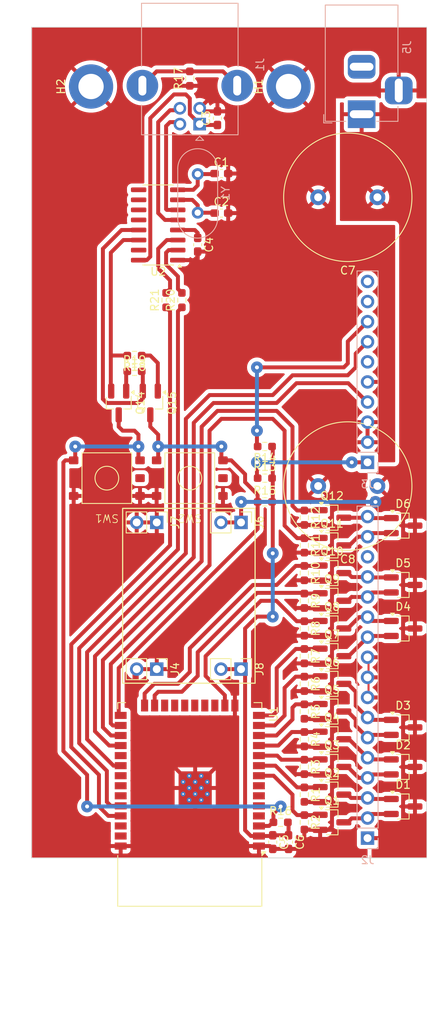
<source format=kicad_pcb>
(kicad_pcb (version 20221018) (generator pcbnew)
  (layers (0 "F.Cu" signal) (31 "B.Cu" signal) (34 "B.Paste" user) (35 "F.Paste" user) (36 "B.SilkS" user "B.Silkscreen") (37 "F.SilkS" user "F.Silkscreen") (38 "B.Mask" user) (39 "F.Mask" user) (44 "Edge.Cuts" user))
  (net 0 "")
  (net 1 "Net-(U2-XO)")
  (net 2 "GND")
  (net 3 "Net-(U2-XI)")
  (net 4 "Net-(J1-VBUS)")
  (net 5 "Net-(U2-V3)")
  (net 6 "+3.3V")
  (net 7 "Net-(J2-Pin_3)")
  (net 8 "Net-(J2-Pin_2)")
  (net 9 "+24V")
  (net 10 "Net-(J2-Pin_5)")
  (net 11 "Net-(J2-Pin_4)")
  (net 12 "Net-(J2-Pin_7)")
  (net 13 "Net-(J2-Pin_6)")
  (net 14 "Net-(J2-Pin_12)")
  (net 15 "Net-(J2-Pin_11)")
  (net 16 "Net-(J2-Pin_14)")
  (net 17 "Net-(J2-Pin_13)")
  (net 18 "Net-(J2-Pin_17)")
  (net 19 "Net-(J2-Pin_16)")
  (net 20 "Net-(J1-D-)")
  (net 21 "Net-(J1-D+)")
  (net 22 "Net-(J1-Shield)")
  (net 24 "Net-(J3-Pin_1)")
  (net 25 "/FINE_SNS")
  (net 26 "/LINE_SNS")
  (net 27 "Net-(J3-Pin_8)")
  (net 29 "/MOTOR")
  (net 30 "/PIN8")
  (net 31 "/PIN6")
  (net 32 "/PIN9")
  (net 33 "/PIN2")
  (net 34 "/PIN4")
  (net 35 "/PIN7")
  (net 36 "/PIN5")
  (net 37 "/PIN3")
  (net 38 "/PIN1")
  (net 39 "/FEED_R")
  (net 40 "Net-(Q14-B)")
  (net 41 "Net-(Q14-E)")
  (net 42 "Net-(Q14-C)")
  (net 43 "Net-(Q15-B)")
  (net 44 "Net-(Q15-E)")
  (net 45 "Net-(Q15-C)")
  (net 46 "Net-(U1-RXD0{slash}IO3)")
  (net 47 "Net-(U2-TXD)")
  (net 48 "Net-(U1-TXD0{slash}IO1)")
  (net 49 "Net-(U2-RXD)")
  (net 66 "/FEED_L")
  (footprint "Capacitor_THT:C_Radial_D16.0mm_H25.0mm_P7.50mm" (layer "F.Cu") (at 143.75 66.5 180)
    (fp_text reference "C7")
    (fp_text value "1000u")
  )
  (footprint "Package_TO_SOT_SMD:SOT-23_Handsoldering" (layer "F.Cu") (at 147 108)
    (fp_text reference "D6")
    (fp_text value "BAT54C")
  )
  (footprint "Resistor_SMD:R_0603_1608Metric_Pad0.98x0.95mm_HandSolder" (layer "F.Cu") (at 134.5 135 -90)
    (fp_text reference "R4")
    (fp_text value "10k")
  )
  (footprint "Resistor_SMD:R_0603_1608Metric_Pad0.98x0.95mm_HandSolder" (layer "F.Cu") (at 134.5 128 -90)
    (fp_text reference "R6")
    (fp_text value "10k")
  )
  (footprint "Package_TO_SOT_SMD:SOT-23_Handsoldering" (layer "F.Cu") (at 138 135)
    (fp_text reference "Q4")
    (fp_text value "IRLML0030")
  )
  (footprint "USER:SW_SPST_CK_PTS641" (layer "F.Cu") (at 109.5 102 180)
    (fp_text reference "SW1")
    (fp_text value "EN")
  )
  (footprint "Capacitor_SMD:C_0603_1608Metric_Pad1.08x0.95mm_HandSolder" (layer "F.Cu") (at 120.999999 72.5 -90)
    (fp_text reference "C4")
    (fp_text value "100n")
  )
  (footprint "Package_TO_SOT_SMD:SOT-23_Handsoldering" (layer "F.Cu") (at 137.999999 110.5)
    (fp_text reference "Q11")
    (fp_text value "IRLML0030")
  )
  (footprint "Package_TO_SOT_SMD:SOT-23_Handsoldering" (layer "F.Cu") (at 138 124.5)
    (fp_text reference "Q7")
    (fp_text value "IRLML0030")
  )
  (footprint "Resistor_SMD:R_0603_1608Metric_Pad0.98x0.95mm_HandSolder" (layer "F.Cu") (at 134.499999 121 -90)
    (fp_text reference "R8")
    (fp_text value "10k")
  )
  (footprint "Resistor_SMD:R_0603_1608Metric_Pad0.98x0.95mm_HandSolder" (layer "F.Cu") (at 129.5 105)
    (fp_text reference "R15")
    (fp_text value "10k")
  )
  (footprint "Resistor_SMD:R_0603_1608Metric_Pad0.98x0.95mm_HandSolder" (layer "F.Cu") (at 129.5 98 180)
    (fp_text reference "R14")
    (fp_text value "10R")
  )
  (footprint "Resistor_SMD:R_0603_1608Metric_Pad0.98x0.95mm_HandSolder" (layer "F.Cu") (at 134.499999 110.5 -90)
    (fp_text reference "R11")
    (fp_text value "10k")
  )
  (footprint "Capacitor_SMD:C_0603_1608Metric_Pad1.08x0.95mm_HandSolder" (layer "F.Cu") (at 124 63.500001)
    (fp_text reference "C1")
    (fp_text value "20p")
  )
  (footprint "Resistor_SMD:R_0603_1608Metric_Pad0.98x0.95mm_HandSolder" (layer "F.Cu") (at 134.5 142 -90)
    (fp_text reference "R1")
    (fp_text value "10k")
  )
  (footprint "Connector_PinHeader_2.54mm:PinHeader_1x02_P2.54mm_Vertical" (layer "F.Cu") (at 126.486 126.139001 -90)
    (fp_text reference "J8")
    (fp_text value "Conn_01x02")
  )
  (footprint "Package_TO_SOT_SMD:SOT-23_Handsoldering" (layer "F.Cu") (at 138 121)
    (fp_text reference "Q8")
    (fp_text value "IRLML0030")
  )
  (footprint "Capacitor_SMD:C_0603_1608Metric_Pad1.08x0.95mm_HandSolder" (layer "F.Cu") (at 130.5 148 -90)
    (fp_text reference "C5")
    (fp_text value "100n")
  )
  (footprint "Resistor_SMD:R_0603_1608Metric_Pad0.98x0.95mm_HandSolder" (layer "F.Cu") (at 134.5 124.5 -90)
    (fp_text reference "R7")
    (fp_text value "10k")
  )
  (footprint "Resistor_SMD:R_0603_1608Metric_Pad0.98x0.95mm_HandSolder" (layer "F.Cu") (at 131.5 145.5)
    (fp_text reference "R16")
    (fp_text value "10k")
  )
  (footprint "Package_TO_SOT_SMD:SOT-23_Handsoldering" (layer "F.Cu") (at 138 128)
    (fp_text reference "Q6")
    (fp_text value "IRLML0030")
  )
  (footprint "Capacitor_SMD:C_0603_1608Metric_Pad1.08x0.95mm_HandSolder" (layer "F.Cu") (at 124 68.500001)
    (fp_text reference "C2")
    (fp_text value "20p")
  )
  (footprint "Package_TO_SOT_SMD:SOT-23_Handsoldering" (layer "F.Cu") (at 147 133.5)
    (fp_text reference "D3")
    (fp_text value "BAT54C")
  )
  (footprint "Package_TO_SOT_SMD:SOT-23_Handsoldering" (layer "F.Cu") (at 147 138.5)
    (fp_text reference "D2")
    (fp_text value "BAT54C")
  )
  (footprint "Capacitor_SMD:C_0603_1608Metric_Pad1.08x0.95mm_HandSolder" (layer "F.Cu") (at 132.5 148 -90)
    (fp_text reference "C6")
    (fp_text value "1u")
  )
  (footprint "Resistor_SMD:R_0603_1608Metric_Pad0.98x0.95mm_HandSolder" (layer "F.Cu") (at 134.5 113.999999 -90)
    (fp_text reference "R10")
    (fp_text value "10k")
  )
  (footprint "Resistor_SMD:R_0603_1608Metric_Pad0.98x0.95mm_HandSolder" (layer "F.Cu") (at 113 88.5)
    (fp_text reference "R19")
    (fp_text value "10k")
  )
  (footprint "Connector_PinHeader_2.54mm:PinHeader_1x02_P2.54mm_Vertical" (layer "F.Cu") (at 126.485999 107.597002 -90)
    (fp_text reference "J6")
    (fp_text value "Conn_01x02")
  )
  (footprint "Resistor_SMD:R_0603_1608Metric_Pad0.98x0.95mm_HandSolder" (layer "F.Cu") (at 117 79.5 90)
    (fp_text reference "R21")
    (fp_text value "1k")
  )
  (footprint "Connector_PinHeader_2.54mm:PinHeader_1x02_P2.54mm_Vertical" (layer "F.Cu") (at 115.818 126.139001 -90)
    (fp_text reference "J4")
    (fp_text value "Conn_01x02")
  )
  (footprint "MountingHole:MountingHole_3.2mm_M3_DIN965_Pad" (layer "F.Cu") (at 132.5 52.5 90)
    (fp_text reference "H1")
    (fp_text value "MountingHole_Pad")
  )
  (footprint "RF_Module:ESP32-WROOM-32" (layer "F.Cu") (at 120 140.25 180)
    (fp_text reference "U1")
    (fp_text value "ESP32-WROOM-32")
  )
  (footprint "Package_TO_SOT_SMD:SOT-23_Handsoldering" (layer "F.Cu") (at 147 121)
    (fp_text reference "D4")
    (fp_text value "BAT54C")
  )
  (footprint "Package_TO_SOT_SMD:SOT-23_Handsoldering" (layer "F.Cu") (at 110.999999 92.5 -90)
    (fp_text reference "Q14")
    (fp_text value "BC817")
  )
  (footprint "Resistor_SMD:R_0603_1608Metric_Pad0.98x0.95mm_HandSolder" (layer "F.Cu") (at 119 79.5 90)
    (fp_text reference "R20")
    (fp_text value "1k")
  )
  (footprint "Resistor_SMD:R_0603_1608Metric_Pad0.98x0.95mm_HandSolder" (layer "F.Cu") (at 134.5 117.499999 -90)
    (fp_text reference "R9")
    (fp_text value "10k")
  )
  (footprint "Package_TO_SOT_SMD:SOT-23_Handsoldering" (layer "F.Cu") (at 138 117.5)
    (fp_text reference "Q9")
    (fp_text value "IRLML0030")
  )
  (footprint "Resistor_SMD:R_0603_1608Metric_Pad0.98x0.95mm_HandSolder" (layer "F.Cu") (at 129.499999 102)
    (fp_text reference "R13")
    (fp_text value "10R")
  )
  (footprint "Resistor_SMD:R_0603_1608Metric_Pad0.98x0.95mm_HandSolder" (layer "F.Cu") (at 134.5 138.5 -90)
    (fp_text reference "R3")
    (fp_text value "10k")
  )
  (footprint "Resistor_SMD:R_0603_1608Metric_Pad0.98x0.95mm_HandSolder" (layer "F.Cu") (at 134.5 131.5 -90)
    (fp_text reference "R5")
    (fp_text value "10k")
  )
  (footprint "Package_TO_SOT_SMD:SOT-23_Handsoldering" (layer "F.Cu") (at 115 92.5 -90)
    (fp_text reference "Q15")
    (fp_text value "BC817")
  )
  (footprint "Capacitor_THT:C_Radial_D16.0mm_H25.0mm_P7.50mm" (layer "F.Cu") (at 143.75 103 180)
    (fp_text reference "C8")
    (fp_text value "1000u")
  )
  (footprint "Package_TO_SOT_SMD:SOT-23_Handsoldering" (layer "F.Cu") (at 138 107)
    (fp_text reference "Q12")
    (fp_text value "IRLML0030")
  )
  (footprint "Package_SO:SOIC-16_3.9x9.9mm_P1.27mm" (layer "F.Cu") (at 115.999999 70 180)
    (fp_text reference "U2")
    (fp_text value "CH340G")
  )
  (footprint "USER:SW_SPST_CK_PTS641" (layer "F.Cu") (at 120 102 180)
    (fp_text reference "SW2")
    (fp_text value "BOOT")
  )
  (footprint "Connector_PinHeader_2.54mm:PinHeader_1x02_P2.54mm_Vertical" (layer "F.Cu") (at 115.817999 107.597002 -90)
    (fp_text reference "J7")
    (fp_text value "Conn_01x02")
  )
  (footprint "Package_TO_SOT_SMD:SOT-23_Handsoldering" (layer "F.Cu") (at 138 142)
    (fp_text reference "Q2")
    (fp_text value "IRLML0030")
  )
  (footprint "Resistor_SMD:R_0603_1608Metric_Pad0.98x0.95mm_HandSolder" (layer "F.Cu") (at 120 51.5 90)
    (fp_text reference "R17")
    (fp_text value "10k")
  )
  (footprint "Package_TO_SOT_SMD:SOT-23_Handsoldering" (layer "F.Cu") (at 138 145.5)
    (fp_text reference "Q1")
    (fp_text value "IRLML0030")
  )
  (footprint "Resistor_SMD:R_0603_1608Metric_Pad0.98x0.95mm_HandSolder" (layer "F.Cu") (at 113 86.5 180)
    (fp_text reference "R18")
    (fp_text value "10k")
  )
  (footprint "Resistor_SMD:R_0603_1608Metric_Pad0.98x0.95mm_HandSolder" (layer "F.Cu") (at 134.499999 145.5 -90)
    (fp_text reference "R2")
    (fp_text value "10k")
  )
  (footprint "Package_TO_SOT_SMD:SOT-23_Handsoldering" (layer "F.Cu") (at 138 138.5)
    (fp_text reference "Q3")
    (fp_text value "IRLML0030")
  )
  (footprint "Package_TO_SOT_SMD:SOT-23_Handsoldering" (layer "F.Cu") (at 147 143.5)
    (fp_text reference "D1")
    (fp_text value "BAT54C")
  )
  (footprint "Package_TO_SOT_SMD:SOT-23_Handsoldering" (layer "F.Cu") (at 138 131.5)
    (fp_text reference "Q5")
    (fp_text value "IRLML0030")
  )
  (footprint "Capacitor_SMD:C_0603_1608Metric_Pad1.08x0.95mm_HandSolder" (layer "F.Cu") (at 123.5 56.5 90)
    (fp_text reference "C3")
    (fp_text value "100n")
  )
  (footprint "MountingHole:MountingHole_3.2mm_M3_DIN965_Pad" (layer "F.Cu") (at 107.5 52.5 90)
    (fp_text reference "H2")
    (fp_text value "MountingHole_Pad")
  )
  (footprint "Package_TO_SOT_SMD:SOT-23_Handsoldering" (layer "F.Cu") (at 138 113.999999)
    (fp_text reference "Q10")
    (fp_text value "IRLML0030")
  )
  (footprint "Resistor_SMD:R_0603_1608Metric_Pad0.98x0.95mm_HandSolder" (layer "F.Cu") (at 134.499999 107 -90)
    (fp_text reference "R12")
    (fp_text value "10k")
  )
  (footprint "Package_TO_SOT_SMD:SOT-23_Handsoldering" (layer "F.Cu") (at 147 115.5)
    (fp_text reference "D5")
    (fp_text value "BAT54C")
  )
  (footprint "Connector_PinSocket_2.54mm:PinSocket_1x10_P2.54mm_Vertical" (layer "B.Cu") (at 142.5 100)
    (fp_text reference "J3")
    (fp_text value "Conn_01x10")
  )
  (footprint "Connector_BarrelJack:BarrelJack_Horizontal" (layer "B.Cu") (at 141.75 56 -90)
    (fp_text reference "J5")
    (fp_text value "Barrel_Jack")
  )
  (footprint "Connector_USB:USB_B_Lumberg_2411_02_Horizontal" (layer "B.Cu") (at 121.25 57.25 90)
    (fp_text reference "J1")
    (fp_text value "USB_B")
  )
  (footprint "Connector_PinSocket_2.54mm:PinSocket_1x17_P2.54mm_Vertical" (layer "B.Cu") (at 142.500001 147.5)
    (fp_text reference "J2")
    (fp_text value "Conn_01x17")
  )
  (footprint "Crystal:Crystal_HC49-U_Vertical" (layer "B.Cu") (at 121 68.449999 90)
    (fp_text reference "Y1")
    (fp_text value "12MHz")
  )
  (gr_poly (pts (xy 128.264002 105.819) (xy 128.264 127.917) (xy 111.5 127.916999) (xy 111.5 105.819)) (stroke (width 0.15)) (fill none) (layer "F.SilkS"))
  (gr_poly (pts (xy 99.9746 150) (xy 99.9746 45) (xy 150 45) (xy 150 150)) (stroke (width 0.1)) (fill none) (layer "Edge.Cuts"))
  (segment (start 120.999999 65) (end 121 63.569999) (width 0.5) (layer "F.Cu") (net 1))
  (segment (start 118.475 65.555) (end 120.445 65.555) (width 0.5) (layer "F.Cu") (net 1))
  (segment (start 120.445 65.555) (end 120.999999 65) (width 0.5) (layer "F.Cu") (net 1))
  (segment (start 121 63.569999) (end 123.067501 63.570001) (width 0.5) (layer "F.Cu") (net 1))
  (segment (start 123.067501 63.570001) (end 123.1375 63.5) (width 0.5) (layer "F.Cu") (net 1))
  (segment (start 118.475 74.445) (end 120.555 74.445) (width 0.5) (layer "F.Cu") (net 2))
  (segment (start 137.95 128.95) (end 137.999999 129) (width 0.5) (layer "F.Cu") (net 2))
  (segment (start 134.499999 111.4125) (end 136.4625 111.4125) (width 0.5) (layer "F.Cu") (net 2))
  (segment (start 138 136) (end 138 132.499999) (width 0.5) (layer "F.Cu") (net 2))
  (segment (start 125.71 136.13) (end 120.68 141.159999) (width 0.5) (layer "F.Cu") (net 2))
  (segment (start 134.499999 114.9125) (end 136.4625 114.9125) (width 0.5) (layer "F.Cu") (net 2))
  (segment (start 137.95 125.45) (end 138 125.500001) (width 0.5) (layer "F.Cu") (net 2))
  (segment (start 113 126.417001) (end 113.278 126.139001) (width 0.5) (layer "F.Cu") (net 2))
  (segment (start 138 139.5) (end 138 136) (width 0.5) (layer "F.Cu") (net 2))
  (segment (start 137.95 135.95) (end 138 136) (width 0.5) (layer "F.Cu") (net 2))
  (segment (start 130.1375 148.5) (end 128.75 148.5) (width 0.5) (layer "F.Cu") (net 2))
  (segment (start 136.4625 132.4125) (end 136.5 132.45) (width 0.5) (layer "F.Cu") (net 2))
  (segment (start 137.95 107.95) (end 138 108) (width 0.5) (layer "F.Cu") (net 2))
  (segment (start 136.4625 111.4125) (end 136.5 111.45) (width 0.5) (layer "F.Cu") (net 2))
  (segment (start 138 122) (end 138 118.5) (width 0.5) (layer "F.Cu") (net 2))
  (segment (start 134.5 121.912499) (end 136.4625 121.912499) (width 0.5) (layer "F.Cu") (net 2))
  (segment (start 137.95 132.45) (end 138 132.499999) (width 0.5) (layer "F.Cu") (net 2))
  (segment (start 134.5 146.4125) (end 136.4625 146.4125) (width 0.5) (layer "F.Cu") (net 2))
  (segment (start 137.95 142.95) (end 138 143) (width 0.5) (layer "F.Cu") (net 2))
  (segment (start 138 115) (end 138 111.5) (width 0.5) (layer "F.Cu") (net 2))
  (segment (start 137.55 146.45) (end 138 145.999999) (width 0.5) (layer "F.Cu") (net 2))
  (segment (start 120.5 148.5) (end 128.75 148.5) (width 0.5) (layer "F.Cu") (net 2))
  (segment (start 136.4625 139.4125) (end 136.5 139.45) (width 0.5) (layer "F.Cu") (net 2))
  (segment (start 138 125.500001) (end 138 122) (width 0.5) (layer "F.Cu") (net 2))
  (segment (start 123.5 55.6375) (end 121.6375 55.6375) (width 0.5) (layer "F.Cu") (net 2))
  (segment (start 134.5 107.9125) (end 136.4625 107.9125) (width 0.5) (layer "F.Cu") (net 2))
  (segment (start 136.5 128.95) (end 137.95 128.95) (width 0.5) (layer "F.Cu") (net 2))
  (segment (start 121.6375 55.6375) (end 121.25 55.25) (width 0.5) (layer "F.Cu") (net 2))
  (segment (start 138 143) (end 138 139.5) (width 0.5) (layer "F.Cu") (net 2))
  (segment (start 138 108) (end 138 105) (width 0.5) (layer "F.Cu") (net 2))
  (segment (start 130.5 148.8625) (end 130.1375 148.5) (width 0.5) (layer "F.Cu") (net 2))
  (segment (start 121 73.999999) (end 121 73.3625) (width 0.5) (layer "F.Cu") (net 2))
  (segment (start 136.5 107.95) (end 137.95 107.95) (width 0.5) (layer "F.Cu") (net 2))
  (segment (start 137.95 114.95) (end 138 115) (width 0.5) (layer "F.Cu") (net 2))
  (segment (start 136.5 135.95) (end 137.95 135.95) (width 0.5) (layer "F.Cu") (net 2))
  (segment (start 134.5 142.9125) (end 136.4625 142.9125) (width 0.5) (layer "F.Cu") (net 2))
  (segment (start 137.999999 129) (end 138 125.500001) (width 0.5) (layer "F.Cu") (net 2))
  (segment (start 138 118.5) (end 138 115) (width 0.5) (layer "F.Cu") (net 2))
  (segment (start 120.68 148.32) (end 120.5 148.5) (width 0.5) (layer "F.Cu") (net 2))
  (segment (start 120.555 74.445) (end 121 73.999999) (width 0.5) (layer "F.Cu") (net 2))
  (segment (start 136.5 139.45) (end 137.95 139.45) (width 0.5) (layer "F.Cu") (net 2))
  (segment (start 136.5 142.95) (end 137.95 142.95) (width 0.5) (layer "F.Cu") (net 2))
  (segment (start 136.4625 135.9125) (end 136.5 135.95) (width 0.5) (layer "F.Cu") (net 2))
  (segment (start 136.5 146.45) (end 137.55 146.45) (width 0.5) (layer "F.Cu") (net 2))
  (segment (start 136.5 114.95) (end 137.95 114.95) (width 0.5) (layer "F.Cu") (net 2))
  (segment (start 134.499999 128.9125) (end 136.4625 128.9125) (width 0.5) (layer "F.Cu") (net 2))
  (segment (start 138 108) (end 138 111.5) (width 0.5) (layer "F.Cu") (net 2))
  (segment (start 136.5 121.95) (end 137.95 121.95) (width 0.5) (layer "F.Cu") (net 2))
  (segment (start 136.4625 121.912499) (end 136.5 121.95) (width 0.5) (layer "F.Cu") (net 2))
  (segment (start 136.4625 146.4125) (end 136.5 146.45) (width 0.5) (layer "F.Cu") (net 2))
  (segment (start 132.5 148.8625) (end 130.5 148.8625) (width 0.5) (layer "F.Cu") (net 2))
  (segment (start 134.5 135.9125) (end 136.4625 135.9125) (width 0.5) (layer "F.Cu") (net 2))
  (segment (start 136.4625 125.4125) (end 136.5 125.45) (width 0.5) (layer "F.Cu") (net 2))
  (segment (start 134.499999 118.4125) (end 136.4625 118.412501) (width 0.5) (layer "F.Cu") (net 2))
  (segment (start 136.4625 128.9125) (end 136.5 128.95) (width 0.5) (layer "F.Cu") (net 2))
  (segment (start 137.95 111.45) (end 138 111.5) (width 0.5) (layer "F.Cu") (net 2))
  (segment (start 136.5 111.45) (end 137.95 111.45) (width 0.5) (layer "F.Cu") (net 2))
  (segment (start 134.5 125.412499) (end 136.4625 125.4125) (width 0.5) (layer "F.Cu") (net 2))
  (segment (start 120.68 141.159999) (end 120.68 148.32) (width 0.5) (layer "F.Cu") (net 2))
  (segment (start 125.71 130.74) (end 125.71 136.13) (width 0.5) (layer "F.Cu") (net 2))
  (segment (start 137.95 121.95) (end 138 122) (width 0.5) (layer "F.Cu") (net 2))
  (segment (start 136.5 125.45) (end 137.95 125.45) (width 0.5) (layer "F.Cu") (net 2))
  (segment (start 111.25 148.5) (end 120.5 148.5) (width 0.5) (layer "F.Cu") (net 2))
  (segment (start 137.95 118.45) (end 138 118.5) (width 0.5) (layer "F.Cu") (net 2))
  (segment (start 113 133.48) (end 113 126.417001) (width 0.5) (layer "F.Cu") (net 2))
  (segment (start 138 145.999999) (end 138 143) (width 0.5) (layer "F.Cu") (net 2))
  (segment (start 113 133.48) (end 120.68 141.159999) (width 0.5) (layer "F.Cu") (net 2))
  (segment (start 136.4625 118.412501) (end 136.5 118.450001) (width 0.5) (layer "F.Cu") (net 2))
  (segment (start 136.5 132.45) (end 137.95 132.45) (width 0.5) (layer "F.Cu") (net 2))
  (segment (start 137.95 139.45) (end 138 139.5) (width 0.5) (layer "F.Cu") (net 2))
  (segment (start 138 132.499999) (end 137.999999 129) (width 0.5) (layer "F.Cu") (net 2))
  (segment (start 136.4625 107.9125) (end 136.5 107.95) (width 0.5) (layer "F.Cu") (net 2))
  (segment (start 134.5 139.4125) (end 136.4625 139.4125) (width 0.5) (layer "F.Cu") (net 2))
  (segment (start 136.5 118.450001) (end 137.95 118.45) (width 0.5) (layer "F.Cu") (net 2))
  (segment (start 134.5 132.4125) (end 136.4625 132.4125) (width 0.5) (layer "F.Cu") (net 2))
  (segment (start 136.4625 142.9125) (end 136.5 142.95) (width 0.5) (layer "F.Cu") (net 2))
  (segment (start 136.4625 114.9125) (end 136.5 114.95) (width 0.5) (layer "F.Cu") (net 2))
  (segment (start 120.325 66.825) (end 120.999999 67.5) (width 0.5) (layer "F.Cu") (net 3))
  (segment (start 118.475 66.825) (end 120.325 66.825) (width 0.5) (layer "F.Cu") (net 3))
  (segment (start 120.999999 67.5) (end 121 68.449999) (width 0.5) (layer "F.Cu") (net 3))
  (segment (start 121 68.449999) (end 123.087501 68.45) (width 0.5) (layer "F.Cu") (net 3))
  (segment (start 123.087501 68.45) (end 123.1375 68.5) (width 0.5) (layer "F.Cu") (net 3))
  (segment (start 115 74) (end 114.555 74.445) (width 0.5) (layer "F.Cu") (net 4))
  (segment (start 119.499999 53.5) (end 118 53.500001) (width 0.5) (layer "F.Cu") (net 4))
  (segment (start 123.5 57.3625) (end 121.3625 57.3625) (width 0.5) (layer "F.Cu") (net 4))
  (segment (start 118 53.500001) (end 115 56.5) (width 0.5) (layer "F.Cu") (net 4))
  (segment (start 114.555 74.445) (end 113.525 74.445001) (width 0.5) (layer "F.Cu") (net 4))
  (segment (start 115 56.5) (end 115 74) (width 0.5) (layer "F.Cu") (net 4))
  (segment (start 120 54) (end 119.499999 53.5) (width 0.5) (layer "F.Cu") (net 4))
  (segment (start 121.25 57.25) (end 120 56) (width 0.5) (layer "F.Cu") (net 4))
  (segment (start 121.3625 57.3625) (end 121.25 57.25) (width 0.5) (layer "F.Cu") (net 4))
  (segment (start 120 56) (end 120 54) (width 0.5) (layer "F.Cu") (net 4))
  (segment (start 121 71) (end 120.999999 71.6375) (width 0.5) (layer "F.Cu") (net 5))
  (segment (start 120.635 70.635) (end 121 71) (width 0.5) (layer "F.Cu") (net 5))
  (segment (start 118.475 70.635) (end 120.635 70.635) (width 0.5) (layer "F.Cu") (net 5))
  (segment (start 130.5 111.5) (end 130.5 98.0875) (width 0.5) (layer "F.Cu") (net 6))
  (segment (start 126.486 126.139001) (end 123.946 126.139001) (width 0.5) (layer "F.Cu") (net 6))
  (segment (start 127.729999 147.23) (end 128.75 147.23) (width 0.5) (layer "F.Cu") (net 6))
  (segment (start 130.5 98.0875) (end 130.4125 98) (width 0.5) (layer "F.Cu") (net 6))
  (segment (start 127 121) (end 126.999999 125.625001) (width 0.5) (layer "F.Cu") (net 6))
  (segment (start 127 126.653001) (end 127 146.5) (width 0.5) (layer "F.Cu") (net 6))
  (segment (start 126.486 126.139001) (end 127 126.653001) (width 0.5) (layer "F.Cu") (net 6))
  (segment (start 132.5 147.1375) (end 132.5 145.5875) (width 0.5) (layer "F.Cu") (net 6))
  (segment (start 130.407499 147.23) (end 130.5 147.1375) (width 0.5) (layer "F.Cu") (net 6))
  (segment (start 126.999999 125.625001) (end 126.486 126.139001) (width 0.5) (layer "F.Cu") (net 6))
  (segment (start 128.5 119.5) (end 127 121) (width 0.5) (layer "F.Cu") (net 6))
  (segment (start 130.5 119.5) (end 128.5 119.5) (width 0.5) (layer "F.Cu") (net 6))
  (segment (start 128.75 147.23) (end 130.407499 147.23) (width 0.5) (layer "F.Cu") (net 6))
  (segment (start 132.5 147.1375) (end 130.5 147.1375) (width 0.5) (layer "F.Cu") (net 6))
  (segment (start 127 146.5) (end 127.729999 147.23) (width 0.5) (layer "F.Cu") (net 6))
  (segment (start 132.5 145.5875) (end 132.412499 145.5) (width 0.5) (layer "F.Cu") (net 6))
  (via (at 130.5 111.5) (size 1.5) (drill 0.5) (layers "F.Cu" "B.Cu") (net 6))
  (via (at 130.5 119.5) (size 1.5) (drill 0.5) (layers "F.Cu" "B.Cu") (net 6))
  (segment (start 130.5 119.5) (end 130.5 111.5) (width 0.5) (layer "B.Cu") (net 6))
  (segment (start 140.42 142.42) (end 142.500001 142.42) (width 0.5) (layer "F.Cu") (net 7))
  (segment (start 142.63 142.55) (end 142.500001 142.42) (width 0.5) (layer "F.Cu") (net 7))
  (segment (start 140 142) (end 140.42 142.42) (width 0.5) (layer "F.Cu") (net 7))
  (segment (start 145.5 142.55) (end 142.63 142.55) (width 0.5) (layer "F.Cu") (net 7))
  (segment (start 139.499999 142) (end 140 142) (width 0.5) (layer "F.Cu") (net 7))
  (segment (start 145.5 144.45) (end 143.01 144.45) (width 0.5) (layer "F.Cu") (net 8))
  (segment (start 140.5 145) (end 142.46 145) (width 0.5) (layer "F.Cu") (net 8))
  (segment (start 142.46 145) (end 142.5 144.96) (width 0.5) (layer "F.Cu") (net 8))
  (segment (start 139.499999 145.5) (end 140 145.5) (width 0.5) (layer "F.Cu") (net 8))
  (segment (start 140 145.5) (end 140.5 145) (width 0.5) (layer "F.Cu") (net 8))
  (segment (start 143.01 144.45) (end 142.5 144.96) (width 0.5) (layer "F.Cu") (net 8))
  (segment (start 147 129.72) (end 147 127) (width 0.5) (layer "F.Cu") (net 9))
  (segment (start 148.5 138.5) (end 147 138.5) (width 0.5) (layer "F.Cu") (net 9))
  (segment (start 147 127) (end 147 124.5) (width 0.5) (layer "F.Cu") (net 9))
  (segment (start 147 138.5) (end 147 133.5) (width 0.5) (layer "F.Cu") (net 9))
  (segment (start 142.500001 147.5) (end 146.5 147.499999) (width 0.5) (layer "F.Cu") (net 9))
  (segment (start 146 105) (end 143.5 105) (width 0.5) (layer "F.Cu") (net 9))
  (segment (start 126.5 105) (end 126.5 107.583001) (width 0.5) (layer "F.Cu") (net 9))
  (segment (start 146.86 124.64) (end 147 124.5) (width 0.5) (layer "F.Cu") (net 9))
  (segment (start 142.5 129.72) (end 147 129.72) (width 0.5) (layer "F.Cu") (net 9))
  (segment (start 147 124.5) (end 147 121) (width 0.5) (layer "F.Cu") (net 9))
  (segment (start 148.5 143.5) (end 147 143.5) (width 0.5) (layer "F.Cu") (net 9))
  (segment (start 147 133.5) (end 147 129.72) (width 0.5) (layer "F.Cu") (net 9))
  (segment (start 147 106) (end 146 105) (width 0.5) (layer "F.Cu") (net 9))
  (segment (start 148.5 108) (end 147 108) (width 0.5) (layer "F.Cu") (net 9))
  (segment (start 147 108) (end 147 106) (width 0.5) (layer "F.Cu") (net 9))
  (segment (start 126.485999 107.597002) (end 123.945999 107.597002) (width 0.5) (layer "F.Cu") (net 9))
  (segment (start 147 114) (end 147 108) (width 0.5) (layer "F.Cu") (net 9))
  (segment (start 146.5 147.499999) (end 147 147) (width 0.5) (layer "F.Cu") (net 9))
  (segment (start 146.82 127.18) (end 147 127) (width 0.5) (layer "F.Cu") (net 9))
  (segment (start 148.5 133.5) (end 147 133.5) (width 0.5) (layer "F.Cu") (net 9))
  (segment (start 147 115.5) (end 147 114) (width 0.5) (layer "F.Cu") (net 9))
  (segment (start 126.5 107.583001) (end 126.485999 107.597002) (width 0.5) (layer "F.Cu") (net 9))
  (segment (start 147 143.5) (end 147 138.5) (width 0.5) (layer "F.Cu") (net 9))
  (segment (start 147 145.5) (end 147 143.5) (width 0.5) (layer "F.Cu") (net 9))
  (segment (start 148.5 115.5) (end 147 115.5) (width 0.5) (layer "F.Cu") (net 9))
  (segment (start 148.5 121) (end 147 121) (width 0.5) (layer "F.Cu") (net 9))
  (segment (start 142.5 127.18) (end 146.82 127.18) (width 0.5) (layer "F.Cu") (net 9))
  (segment (start 147 147) (end 147 145.5) (width 0.5) (layer "F.Cu") (net 9))
  (segment (start 147 121) (end 147 115.5) (width 0.5) (layer "F.Cu") (net 9))
  (segment (start 142.5 124.64) (end 146.86 124.64) (width 0.5) (layer "F.Cu") (net 9))
  (via (at 126.5 105) (size 1.5) (drill 0.5) (layers "F.Cu" "B.Cu") (net 9))
  (via (at 143.5 105) (size 1.5) (drill 0.5) (layers "F.Cu" "B.Cu") (net 9))
  (segment (start 126.5 105) (end 143.5 105) (width 0.5) (layer "B.Cu") (net 9))
  (segment (start 140.16 135) (end 139.5 135) (width 0.5) (layer "F.Cu") (net 10))
  (segment (start 142.5 137.339999) (end 140.16 135) (width 0.5) (layer "F.Cu") (net 10))
  (segment (start 145.5 137.55) (end 142.71 137.55) (width 0.5) (layer "F.Cu") (net 10))
  (segment (start 142.71 137.55) (end 142.5 137.339999) (width 0.5) (layer "F.Cu") (net 10))
  (segment (start 145.5 139.45) (end 142.93 139.45) (width 0.5) (layer "F.Cu") (net 11))
  (segment (start 141.38 139.88) (end 140 138.5) (width 0.5) (layer "F.Cu") (net 11))
  (segment (start 142.93 139.45) (end 142.5 139.88) (width 0.5) (layer "F.Cu") (net 11))
  (segment (start 142.5 139.88) (end 141.38 139.88) (width 0.5) (layer "F.Cu") (net 11))
  (segment (start 140 138.5) (end 139.5 138.5) (width 0.5) (layer "F.Cu") (net 11))
  (segment (start 145.5 132.55) (end 142.79 132.55) (width 0.5) (layer "F.Cu") (net 12))
  (segment (start 141 129.000001) (end 140 128) (width 0.5) (layer "F.Cu") (net 12))
  (segment (start 140 128) (end 139.5 128) (width 0.5) (layer "F.Cu") (net 12))
  (segment (start 141.000001 130.76) (end 141 129.000001) (width 0.5) (layer "F.Cu") (net 12))
  (segment (start 142.5 132.26) (end 141.000001 130.76) (width 0.5) (layer "F.Cu") (net 12))
  (segment (start 142.79 132.55) (end 142.5 132.26) (width 0.5) (layer "F.Cu") (net 12))
  (segment (start 142.5 134.8) (end 141.000001 133.3) (width 0.5) (layer "F.Cu") (net 13))
  (segment (start 145.5 134.45) (end 142.85 134.45) (width 0.5) (layer "F.Cu") (net 13))
  (segment (start 139.5 131.5) (end 140 131.5) (width 0.5) (layer "F.Cu") (net 13))
  (segment (start 140 131.5) (end 141.000001 132.5) (width 0.5) (layer "F.Cu") (net 13))
  (segment (start 142.85 134.45) (end 142.5 134.8) (width 0.5) (layer "F.Cu") (net 13))
  (segment (start 141.000001 133.3) (end 141.000001 132.5) (width 0.5) (layer "F.Cu") (net 13))
  (segment (start 145.5 120.05) (end 142.99 120.05) (width 0.5) (layer "F.Cu") (net 14))
  (segment (start 142.99 120.05) (end 142.5 119.56) (width 0.5) (layer "F.Cu") (net 14))
  (segment (start 141.44 119.56) (end 142.5 119.56) (width 0.5) (layer "F.Cu") (net 14))
  (segment (start 140 121) (end 141.44 119.56) (width 0.5) (layer "F.Cu") (net 14))
  (segment (start 139.499999 121) (end 140 121) (width 0.5) (layer "F.Cu") (net 14))
  (segment (start 140.1 124.5) (end 139.5 124.5) (width 0.5) (layer "F.Cu") (net 15))
  (segment (start 142.5 122.1) (end 140.1 124.5) (width 0.5) (layer "F.Cu") (net 15))
  (segment (start 145.5 121.95) (end 142.65 121.949999) (width 0.5) (layer "F.Cu") (net 15))
  (segment (start 142.65 121.949999) (end 142.5 122.1) (width 0.5) (layer "F.Cu") (net 15))
  (segment (start 140 114) (end 139.5 113.999999) (width 0.5) (layer "F.Cu") (net 16))
  (segment (start 140.5 114.5) (end 140 114) (width 0.5) (layer "F.Cu") (net 16))
  (segment (start 142.48 114.5) (end 140.5 114.5) (width 0.5) (layer "F.Cu") (net 16))
  (segment (start 142.57 114.549999) (end 142.5 114.48) (width 0.5) (layer "F.Cu") (net 16))
  (segment (start 145.5 114.55) (end 142.57 114.549999) (width 0.5) (layer "F.Cu") (net 16))
  (segment (start 139.5 117.499999) (end 140 117.5) (width 0.5) (layer "F.Cu") (net 17))
  (segment (start 145.5 116.45) (end 143.07 116.45) (width 0.5) (layer "F.Cu") (net 17))
  (segment (start 140.52 117.02) (end 142.5 117.02) (width 0.5) (layer "F.Cu") (net 17))
  (segment (start 140.5 117) (end 140.52 117.02) (width 0.5) (layer "F.Cu") (net 17))
  (segment (start 140 117.5) (end 140.5 117) (width 0.5) (layer "F.Cu") (net 17))
  (segment (start 143.07 116.45) (end 142.5 117.02) (width 0.5) (layer "F.Cu") (net 17))
  (segment (start 142.36 107) (end 142.5 106.86) (width 0.5) (layer "F.Cu") (net 18))
  (segment (start 139.499999 107) (end 142.36 107) (width 0.5) (layer "F.Cu") (net 18))
  (segment (start 142.69 107.05) (end 142.5 106.86) (width 0.5) (layer "F.Cu") (net 18))
  (segment (start 145.5 107.05) (end 142.69 107.05) (width 0.5) (layer "F.Cu") (net 18))
  (segment (start 140.2 110.500001) (end 141.3 109.4) (width 0.5) (layer "F.Cu") (net 19))
  (segment (start 142.95 108.95) (end 142.5 109.400001) (width 0.5) (layer "F.Cu") (net 19))
  (segment (start 139.499999 110.5) (end 140.2 110.500001) (width 0.5) (layer "F.Cu") (net 19))
  (segment (start 145.5 108.95) (end 142.95 108.95) (width 0.5) (layer "F.Cu") (net 19))
  (segment (start 141.3 109.4) (end 142.5 109.400001) (width 0.5) (layer "F.Cu") (net 19))
  (segment (start 118.75 57.25) (end 118.5 57) (width 0.5) (layer "F.Cu") (net 20))
  (segment (start 118.5 57) (end 117.500001 57) (width 0.5) (layer "F.Cu") (net 20))
  (segment (start 117.095 68.095) (end 118.475 68.095) (width 0.5) (layer "F.Cu") (net 20))
  (segment (start 117 68) (end 117.095 68.095) (width 0.5) (layer "F.Cu") (net 20))
  (segment (start 117 57.5) (end 117 68) (width 0.5) (layer "F.Cu") (net 20))
  (segment (start 117.500001 57) (end 117 57.5) (width 0.5) (layer "F.Cu") (net 20))
  (segment (start 116 56.999999) (end 117.500001 55.5) (width 0.5) (layer "F.Cu") (net 21))
  (segment (start 118.474999 69.365) (end 116.864999 69.365) (width 0.5) (layer "F.Cu") (net 21))
  (segment (start 117.500001 55.5) (end 118.5 55.5) (width 0.5) (layer "F.Cu") (net 21))
  (segment (start 118.5 55.5) (end 118.75 55.25) (width 0.5) (layer "F.Cu") (net 21))
  (segment (start 115.999999 68.5) (end 116 56.999999) (width 0.5) (layer "F.Cu") (net 21))
  (segment (start 116.864999 69.365) (end 115.999999 68.5) (width 0.5) (layer "F.Cu") (net 21))
  (segment (start 126 52.389999) (end 124.1975 50.587501) (width 0.5) (layer "F.Cu") (net 22))
  (segment (start 124.1975 50.587501) (end 120 50.5875) (width 0.5) (layer "F.Cu") (net 22))
  (segment (start 114 52.39) (end 115.802499 50.5875) (width 0.5) (layer "F.Cu") (net 22))
  (segment (start 115.802499 50.5875) (end 120 50.5875) (width 0.5) (layer "F.Cu") (net 22))
  (segment (start 128.5 101.9125) (end 128.5875 102) (width 0.5) (layer "F.Cu") (net 24))
  (segment (start 128.5 100) (end 128.5 101.9125) (width 0.5) (layer "F.Cu") (net 24))
  (segment (start 140.5 100) (end 142.5 100) (width 0.5) (layer "F.Cu") (net 24))
  (via (at 140.5 100) (size 1.5) (drill 0.5) (layers "F.Cu" "B.Cu") (net 24))
  (via (at 128.5 100) (size 1.5) (drill 0.5) (layers "F.Cu" "B.Cu") (net 24))
  (segment (start 140.5 100) (end 128.5 100) (width 0.5) (layer "B.Cu") (net 24))
  (segment (start 108 124.5) (end 108 134.000001) (width 0.5) (layer "F.Cu") (net 25))
  (segment (start 142.5 92.38) (end 142.44 92.38) (width 0.5) (layer "F.Cu") (net 25))
  (segment (start 140.06 90) (end 133.5 90) (width 0.5) (layer "F.Cu") (net 25))
  (segment (start 131.000001 92.5) (end 123 92.5) (width 0.5) (layer "F.Cu") (net 25))
  (segment (start 142.44 92.38) (end 140.06 90) (width 0.5) (layer "F.Cu") (net 25))
  (segment (start 120.5 95) (end 120.5 112) (width 0.5) (layer "F.Cu") (net 25))
  (segment (start 109.8 135.8) (end 111.25 135.8) (width 0.5) (layer "F.Cu") (net 25))
  (segment (start 120.5 112) (end 108 124.5) (width 0.5) (layer "F.Cu") (net 25))
  (segment (start 108 134.000001) (end 109.8 135.8) (width 0.5) (layer "F.Cu") (net 25))
  (segment (start 123 92.5) (end 120.5 95) (width 0.5) (layer "F.Cu") (net 25))
  (segment (start 133.5 90) (end 131.000001 92.5) (width 0.5) (layer "F.Cu") (net 25))
  (segment (start 141 88) (end 140 89) (width 0.5) (layer "F.Cu") (net 26))
  (segment (start 142.5 84.76) (end 141.000001 86.26) (width 0.5) (layer "F.Cu") (net 26))
  (segment (start 122.5 91.5) (end 119.5 94.5) (width 0.5) (layer "F.Cu") (net 26))
  (segment (start 119.5 111.5) (end 107 124.000001) (width 0.5) (layer "F.Cu") (net 26))
  (segment (start 133 89) (end 130.5 91.5) (width 0.5) (layer "F.Cu") (net 26))
  (segment (start 141.000001 86.26) (end 141 88) (width 0.5) (layer "F.Cu") (net 26))
  (segment (start 130.5 91.5) (end 122.5 91.5) (width 0.5) (layer "F.Cu") (net 26))
  (segment (start 107 124.000001) (end 107 135) (width 0.5) (layer "F.Cu") (net 26))
  (segment (start 140 89) (end 133 89) (width 0.5) (layer "F.Cu") (net 26))
  (segment (start 107 135) (end 110.34 138.34) (width 0.5) (layer "F.Cu") (net 26))
  (segment (start 110.34 138.34) (end 111.25 138.34) (width 0.5) (layer "F.Cu") (net 26))
  (segment (start 119.5 94.5) (end 119.5 111.5) (width 0.5) (layer "F.Cu") (net 26))
  (segment (start 140 87.5) (end 140 84.72) (width 0.5) (layer "F.Cu") (net 27))
  (segment (start 128.5 97.9125) (end 128.5875 98) (width 0.5) (layer "F.Cu") (net 27))
  (segment (start 140 84.72) (end 142.5 82.22) (width 0.5) (layer "F.Cu") (net 27))
  (segment (start 128.5 96) (end 128.5 97.9125) (width 0.5) (layer "F.Cu") (net 27))
  (segment (start 139.5 88) (end 140 87.5) (width 0.5) (layer "F.Cu") (net 27))
  (segment (start 128.5 88) (end 139.5 88) (width 0.5) (layer "F.Cu") (net 27))
  (via (at 128.5 88) (size 1.5) (drill 0.5) (layers "F.Cu" "B.Cu") (net 27))
  (via (at 128.5 96) (size 1.5) (drill 0.5) (layers "F.Cu" "B.Cu") (net 27))
  (segment (start 128.5 88) (end 128.5 96) (width 0.5) (layer "B.Cu") (net 27))
  (segment (start 133 144.000001) (end 133.5875 144.587501) (width 0.5) (layer "F.Cu") (net 29))
  (segment (start 130.61 139.61) (end 133 142) (width 0.5) (layer "F.Cu") (net 29))
  (segment (start 133 142) (end 133 144.000001) (width 0.5) (layer "F.Cu") (net 29))
  (segment (start 128.75 139.61) (end 130.61 139.61) (width 0.5) (layer "F.Cu") (net 29))
  (segment (start 133.5875 144.587501) (end 134.499999 144.5875) (width 0.5) (layer "F.Cu") (net 29))
  (segment (start 134.499999 144.5875) (end 136.4625 144.587501) (width 0.5) (layer "F.Cu") (net 29))
  (segment (start 136.4625 144.587501) (end 136.5 144.550001) (width 0.5) (layer "F.Cu") (net 29))
  (segment (start 130.84 138.34) (end 128.75 138.34) (width 0.5) (layer "F.Cu") (net 30))
  (segment (start 134.499999 141.0875) (end 133.5875 141.0875) (width 0.5) (layer "F.Cu") (net 30))
  (segment (start 133.5875 141.0875) (end 130.84 138.34) (width 0.5) (layer "F.Cu") (net 30))
  (segment (start 136.4625 141.0875) (end 136.5 141.05) (width 0.5) (layer "F.Cu") (net 30))
  (segment (start 134.499999 141.0875) (end 136.4625 141.0875) (width 0.5) (layer "F.Cu") (net 30))
  (segment (start 131.587499 137.5875) (end 131.07 137.070001) (width 0.5) (layer "F.Cu") (net 31))
  (segment (start 134.499999 137.5875) (end 131.587499 137.5875) (width 0.5) (layer "F.Cu") (net 31))
  (segment (start 136.4625 137.5875) (end 136.5 137.55) (width 0.5) (layer "F.Cu") (net 31))
  (segment (start 131.07 137.070001) (end 128.749999 137.07) (width 0.5) (layer "F.Cu") (net 31))
  (segment (start 134.499999 137.5875) (end 136.4625 137.5875) (width 0.5) (layer "F.Cu") (net 31))
  (segment (start 131.2 135.8) (end 128.75 135.8) (width 0.5) (layer "F.Cu") (net 32))
  (segment (start 134.5 134.0875) (end 132.9125 134.0875) (width 0.5) (layer "F.Cu") (net 32))
  (segment (start 132.9125 134.0875) (end 131.2 135.8) (width 0.5) (layer "F.Cu") (net 32))
  (segment (start 136.4625 134.0875) (end 136.5 134.05) (width 0.5) (layer "F.Cu") (net 32))
  (segment (start 134.5 134.0875) (end 136.4625 134.0875) (width 0.5) (layer "F.Cu") (net 32))
  (segment (start 133 131) (end 133 132.499999) (width 0.5) (layer "F.Cu") (net 33))
  (segment (start 133 132.499999) (end 130.97 134.53) (width 0.5) (layer "F.Cu") (net 33))
  (segment (start 130.97 134.53) (end 128.75 134.53) (width 0.5) (layer "F.Cu") (net 33))
  (segment (start 136.4625 130.5875) (end 136.5 130.55) (width 0.5) (layer "F.Cu") (net 33))
  (segment (start 134.5 130.5875) (end 136.4625 130.5875) (width 0.5) (layer "F.Cu") (net 33))
  (segment (start 134.5 130.5875) (end 133.4125 130.5875) (width 0.5) (layer "F.Cu") (net 33))
  (segment (start 133.4125 130.5875) (end 133 131) (width 0.5) (layer "F.Cu") (net 33))
  (segment (start 132 128.5) (end 133.4125 127.0875) (width 0.5) (layer "F.Cu") (net 34))
  (segment (start 130.74 133.26) (end 132 132) (width 0.5) (layer "F.Cu") (net 34))
  (segment (start 132 132) (end 132 128.5) (width 0.5) (layer "F.Cu") (net 34))
  (segment (start 128.75 133.26) (end 130.74 133.26) (width 0.5) (layer "F.Cu") (net 34))
  (segment (start 136.4625 127.0875) (end 136.5 127.05) (width 0.5) (layer "F.Cu") (net 34))
  (segment (start 134.5 127.0875) (end 136.4625 127.0875) (width 0.5) (layer "F.Cu") (net 34))
  (segment (start 133.4125 127.0875) (end 134.5 127.0875) (width 0.5) (layer "F.Cu") (net 34))
  (segment (start 130.51 131.99) (end 131 131.5) (width 0.5) (layer "F.Cu") (net 35))
  (segment (start 128.75 131.989999) (end 130.51 131.99) (width 0.5) (layer "F.Cu") (net 35))
  (segment (start 134.5 123.5875) (end 136.4625 123.5875) (width 0.5) (layer "F.Cu") (net 35))
  (segment (start 131.000001 126) (end 133.4125 123.5875) (width 0.5) (layer "F.Cu") (net 35))
  (segment (start 136.4625 123.5875) (end 136.5 123.55) (width 0.5) (layer "F.Cu") (net 35))
  (segment (start 131 131.5) (end 131.000001 126) (width 0.5) (layer "F.Cu") (net 35))
  (segment (start 133.4125 123.5875) (end 134.5 123.5875) (width 0.5) (layer "F.Cu") (net 35))
  (segment (start 122 127) (end 124.44 129.44) (width 0.5) (layer "F.Cu") (net 36))
  (segment (start 124.44 129.44) (end 124.44 130.74) (width 0.5) (layer "F.Cu") (net 36))
  (segment (start 134.5 120.0875) (end 136.4625 120.0875) (width 0.5) (layer "F.Cu") (net 36))
  (segment (start 129 117.5) (end 122 124.5) (width 0.5) (layer "F.Cu") (net 36))
  (segment (start 134.5 120.0875) (end 133.54375 120.0875) (width 0.5) (layer "F.Cu") (net 36))
  (segment (start 136.4625 120.0875) (end 136.5 120.05) (width 0.5) (layer "F.Cu") (net 36))
  (segment (start 130.95625 117.5) (end 129 117.5) (width 0.5) (layer "F.Cu") (net 36))
  (segment (start 133.54375 120.0875) (end 130.95625 117.5) (width 0.5) (layer "F.Cu") (net 36))
  (segment (start 122 124.5) (end 122 127) (width 0.5) (layer "F.Cu") (net 36))
  (segment (start 128.5 116.5) (end 120.999999 124) (width 0.5) (layer "F.Cu") (net 37))
  (segment (start 120.999999 127) (end 119 129.000001) (width 0.5) (layer "F.Cu") (net 37))
  (segment (start 134.5 116.5875) (end 136.4625 116.5875) (width 0.5) (layer "F.Cu") (net 37))
  (segment (start 120.999999 124) (end 120.999999 127) (width 0.5) (layer "F.Cu") (net 37))
  (segment (start 134.4125 116.5) (end 128.5 116.5) (width 0.5) (layer "F.Cu") (net 37))
  (segment (start 119 129.000001) (end 115.999999 129) (width 0.5) (layer "F.Cu") (net 37))
  (segment (start 115.55 129.45) (end 115.55 130.74) (width 0.5) (layer "F.Cu") (net 37))
  (segment (start 136.4625 116.5875) (end 136.5 116.55) (width 0.5) (layer "F.Cu") (net 37))
  (segment (start 134.5 116.5875) (end 134.4125 116.5) (width 0.5) (layer "F.Cu") (net 37))
  (segment (start 115.999999 129) (end 115.55 129.45) (width 0.5) (layer "F.Cu") (net 37))
  (segment (start 134.499999 113.0875) (end 136.4625 113.0875) (width 0.5) (layer "F.Cu") (net 38))
  (segment (start 118.5 128) (end 120 126.5) (width 0.5) (layer "F.Cu") (net 38))
  (segment (start 128 115.500001) (end 131 115.500001) (width 0.5) (layer "F.Cu") (net 38))
  (segment (start 120 126.5) (end 120 123.5) (width 0.5) (layer "F.Cu") (net 38))
  (segment (start 114.28 130.74) (end 114.28 129.22) (width 0.5) (layer "F.Cu") (net 38))
  (segment (start 114.28 129.22) (end 115.5 128) (width 0.5) (layer "F.Cu") (net 38))
  (segment (start 120 123.5) (end 128 115.500001) (width 0.5) (layer "F.Cu") (net 38))
  (segment (start 131 115.500001) (end 133.4125 113.0875) (width 0.5) (layer "F.Cu") (net 38))
  (segment (start 136.4625 113.0875) (end 136.5 113.05) (width 0.5) (layer "F.Cu") (net 38))
  (segment (start 133.4125 113.0875) (end 134.499999 113.0875) (width 0.5) (layer "F.Cu") (net 38))
  (segment (start 115.5 128) (end 118.5 128) (width 0.5) (layer "F.Cu") (net 38))
  (segment (start 136.4625 106.087499) (end 136.5 106.050001) (width 0.5) (layer "F.Cu") (net 39))
  (segment (start 121.5 112.5) (end 109 125) (width 0.5) (layer "F.Cu") (net 39))
  (segment (start 109 125) (end 109 133.5) (width 0.5) (layer "F.Cu") (net 39))
  (segment (start 109 133.5) (end 110.03 134.53) (width 0.5) (layer "F.Cu") (net 39))
  (segment (start 133.5875 106.087499) (end 132.999999 105.5) (width 0.5) (layer "F.Cu") (net 39))
  (segment (start 123.5 93.5) (end 121.5 95.499999) (width 0.5) (layer "F.Cu") (net 39))
  (segment (start 110.03 134.53) (end 111.25 134.53) (width 0.5) (layer "F.Cu") (net 39))
  (segment (start 134.5 106.087499) (end 136.4625 106.087499) (width 0.5) (layer "F.Cu") (net 39))
  (segment (start 121.5 95.499999) (end 121.5 112.5) (width 0.5) (layer "F.Cu") (net 39))
  (segment (start 132.999999 105.5) (end 133 95.499999) (width 0.5) (layer "F.Cu") (net 39))
  (segment (start 131 93.500001) (end 123.5 93.5) (width 0.5) (layer "F.Cu") (net 39))
  (segment (start 134.5 106.087499) (end 133.5875 106.087499) (width 0.5) (layer "F.Cu") (net 39))
  (segment (start 133 95.499999) (end 131 93.500001) (width 0.5) (layer "F.Cu") (net 39))
  (segment (start 111.95 88.6375) (end 112.0875 88.5) (width 0.5) (layer "F.Cu") (net 40))
  (segment (start 111.95 91) (end 111.95 88.6375) (width 0.5) (layer "F.Cu") (net 40))
  (segment (start 110 86.5) (end 110 90.95) (width 0.5) (layer "F.Cu") (net 41))
  (segment (start 111.595 71.905) (end 110 73.5) (width 0.5) (layer "F.Cu") (net 41))
  (segment (start 110 73.5) (end 110 86.5) (width 0.5) (layer "F.Cu") (net 41))
  (segment (start 113.525 71.905) (end 111.595 71.905) (width 0.5) (layer "F.Cu") (net 41))
  (segment (start 112.0875 86.5) (end 110 86.5) (width 0.5) (layer "F.Cu") (net 41))
  (segment (start 110 90.95) (end 110.05 91) (width 0.5) (layer "F.Cu") (net 41))
  (segment (start 104 136.5) (end 104 100) (width 0.5) (layer "F.Cu") (net 42))
  (segment (start 111 95.499999) (end 111.5 96) (width 0.5) (layer "F.Cu") (net 42))
  (segment (start 111 93.999999) (end 111 95.499999) (width 0.5) (layer "F.Cu") (net 42))
  (segment (start 131.5 143.5) (end 130.5875 144.4125) (width 0.5) (layer "F.Cu") (net 42))
  (segment (start 105.5 98) (end 105.5 99.55) (width 0.5) (layer "F.Cu") (net 42))
  (segment (start 130.5875 144.4125) (end 130.5875 145.4125) (width 0.5) (layer "F.Cu") (net 42))
  (segment (start 113.7 99.75) (end 113.5 99.55) (width 0.5) (layer "F.Cu") (net 42))
  (segment (start 113.5 99.55) (end 113.5 96.5) (width 0.5) (layer "F.Cu") (net 42))
  (segment (start 107 143.5) (end 107 139.5) (width 0.5) (layer "F.Cu") (net 42))
  (segment (start 105.5 99.55) (end 105.300001 99.75) (width 0.5) (layer "F.Cu") (net 42))
  (segment (start 130.5875 145.4125) (end 130.04 145.96) (width 0.5) (layer "F.Cu") (net 42))
  (segment (start 104.25 99.75) (end 105.300001 99.75) (width 0.5) (layer "F.Cu") (net 42))
  (segment (start 107 139.5) (end 104 136.5) (width 0.5) (layer "F.Cu") (net 42))
  (segment (start 130.04 145.96) (end 128.75 145.96) (width 0.5) (layer "F.Cu") (net 42))
  (segment (start 113.5 96.5) (end 113 96) (width 0.5) (layer "F.Cu") (net 42))
  (segment (start 104 100) (end 104.25 99.75) (width 0.5) (layer "F.Cu") (net 42))
  (segment (start 111.5 96) (end 113 96) (width 0.5) (layer "F.Cu") (net 42))
  (via (at 105.5 98) (size 1.5) (drill 0.5) (layers "F.Cu" "B.Cu") (net 42))
  (via (at 131.5 143.5) (size 1.5) (drill 0.5) (layers "F.Cu" "B.Cu") (net 42))
  (via (at 113.5 98) (size 1.5) (drill 0.5) (layers "F.Cu" "B.Cu") (net 42))
  (via (at 107 143.5) (size 1.5) (drill 0.5) (layers "F.Cu" "B.Cu") (net 42))
  (segment (start 113.5 98) (end 105.5 98) (width 0.5) (layer "B.Cu") (net 42))
  (segment (start 131.5 143.5) (end 107 143.5) (width 0.5) (layer "B.Cu") (net 42))
  (segment (start 115 86.5) (end 113.9125 86.5) (width 0.5) (layer "F.Cu") (net 43))
  (segment (start 115.95 87.45) (end 115 86.5) (width 0.5) (layer "F.Cu") (net 43))
  (segment (start 115.95 91) (end 115.95 87.45) (width 0.5) (layer "F.Cu") (net 43))
  (segment (start 113.5 92.5) (end 114.05 91.95) (width 0.5) (layer "F.Cu") (net 44))
  (segment (start 109 92.000001) (end 109.5 92.5) (width 0.5) (layer "F.Cu") (net 44))
  (segment (start 109 73) (end 109 92.000001) (width 0.5) (layer "F.Cu") (net 44))
  (segment (start 114.05 88.6375) (end 113.912499 88.5) (width 0.5) (layer "F.Cu") (net 44))
  (segment (start 114.05 91.95) (end 114.05 91) (width 0.5) (layer "F.Cu") (net 44))
  (segment (start 114.05 91) (end 114.05 88.6375) (width 0.5) (layer "F.Cu") (net 44))
  (segment (start 111.365 70.635) (end 109 73) (width 0.5) (layer "F.Cu") (net 44))
  (segment (start 109.5 92.5) (end 113.5 92.5) (width 0.5) (layer "F.Cu") (net 44))
  (segment (start 113.525 70.635) (end 111.365 70.635) (width 0.5) (layer "F.Cu") (net 44))
  (segment (start 111 131.74) (end 110.999999 126) (width 0.5) (layer "F.Cu") (net 45))
  (segment (start 110.999999 126) (end 128.5875 108.412501) (width 0.5) (layer "F.Cu") (net 45))
  (segment (start 116 96.5) (end 115 95.5) (width 0.5) (layer "F.Cu") (net 45))
  (segment (start 111.25 131.989999) (end 111 131.74) (width 0.5) (layer "F.Cu") (net 45))
  (segment (start 115 95.5) (end 115 94) (width 0.5) (layer "F.Cu") (net 45))
  (segment (start 116 99.549999) (end 116 96.5) (width 0.5) (layer "F.Cu") (net 45))
  (segment (start 128.5875 104.0875) (end 127 102.5) (width 0.5) (layer "F.Cu") (net 45))
  (segment (start 124 99.55) (end 124 98) (width 0.5) (layer "F.Cu") (net 45))
  (segment (start 128.5875 108.412501) (end 128.5875 104.0875) (width 0.5) (layer "F.Cu") (net 45))
  (segment (start 125.25 99.749999) (end 124.2 99.749999) (width 0.5) (layer "F.Cu") (net 45))
  (segment (start 124.2 99.749999) (end 124 99.55) (width 0.5) (layer "F.Cu") (net 45))
  (segment (start 127 101.5) (end 125.25 99.749999) (width 0.5) (layer "F.Cu") (net 45))
  (segment (start 127 102.5) (end 127 101.5) (width 0.5) (layer "F.Cu") (net 45))
  (segment (start 115.8 99.749999) (end 116 99.549999) (width 0.5) (layer "F.Cu") (net 45))
  (via (at 116 98) (size 1.5) (drill 0.5) (layers "F.Cu" "B.Cu") (net 45))
  (via (at 124 98) (size 1.5) (drill 0.5) (layers "F.Cu" "B.Cu") (net 45))
  (segment (start 116 98) (end 124 98) (width 0.5) (layer "B.Cu") (net 45))
  (segment (start 111.25 143.42) (end 110 143.42) (width 0.5) (layer "F.Cu") (net 46))
  (segment (start 109.499999 139) (end 105.999999 135.5) (width 0.5) (layer "F.Cu") (net 46))
  (segment (start 118.5 111) (end 118.5 80.9125) (width 0.5) (layer "F.Cu") (net 46))
  (segment (start 109.5 142.92) (end 109.499999 139) (width 0.5) (layer "F.Cu") (net 46))
  (segment (start 105.999999 135.5) (end 106 123.5) (width 0.5) (layer "F.Cu") (net 46))
  (segment (start 106 123.5) (end 118.5 111) (width 0.5) (layer "F.Cu") (net 46))
  (segment (start 118.5 80.9125) (end 119 80.4125) (width 0.5) (layer "F.Cu") (net 46))
  (segment (start 110 143.42) (end 109.5 142.92) (width 0.5) (layer "F.Cu") (net 46))
  (segment (start 118.475 73.175) (end 117.325 73.175) (width 0.5) (layer "F.Cu") (net 47))
  (segment (start 118.5 76.5) (end 118.5 78.0875) (width 0.5) (layer "F.Cu") (net 47))
  (segment (start 117 73.5) (end 117 75) (width 0.5) (layer "F.Cu") (net 47))
  (segment (start 118.5 78.0875) (end 119 78.5875) (width 0.5) (layer "F.Cu") (net 47))
  (segment (start 117 75) (end 118.5 76.5) (width 0.5) (layer "F.Cu") (net 47))
  (segment (start 117.325 73.175) (end 117 73.5) (width 0.5) (layer "F.Cu") (net 47))
  (segment (start 108.5 143.5) (end 109.69 144.69) (width 0.5) (layer "F.Cu") (net 48))
  (segment (start 109.69 144.69) (end 111.25 144.69) (width 0.5) (layer "F.Cu") (net 48))
  (segment (start 117.5 110.500001) (end 105 123) (width 0.5) (layer "F.Cu") (net 48))
  (segment (start 105 136) (end 108.5 139.5) (width 0.5) (layer "F.Cu") (net 48))
  (segment (start 105 123) (end 105 136) (width 0.5) (layer "F.Cu") (net 48))
  (segment (start 117.5 80.9125) (end 117.5 110.500001) (width 0.5) (layer "F.Cu") (net 48))
  (segment (start 117 80.4125) (end 117.5 80.9125) (width 0.5) (layer "F.Cu") (net 48))
  (segment (start 108.5 139.5) (end 108.5 143.5) (width 0.5) (layer "F.Cu") (net 48))
  (segment (start 117.5 78.0875) (end 117 78.5875) (width 0.5) (layer "F.Cu") (net 49))
  (segment (start 116 75.499999) (end 117.5 77.000001) (width 0.5) (layer "F.Cu") (net 49))
  (segment (start 116 73) (end 116 75.499999) (width 0.5) (layer "F.Cu") (net 49))
  (segment (start 117.5 77.000001) (end 117.5 78.0875) (width 0.5) (layer "F.Cu") (net 49))
  (segment (start 117.095 71.905) (end 116 73) (width 0.5) (layer "F.Cu") (net 49))
  (segment (start 118.475 71.905) (end 117.095 71.905) (width 0.5) (layer "F.Cu") (net 49))
  (segment (start 110 133) (end 110 125.5) (width 0.5) (layer "F.Cu") (net 66))
  (segment (start 122.5 96) (end 124 94.5) (width 0.5) (layer "F.Cu") (net 66))
  (segment (start 136.4625 109.5875) (end 136.5 109.55) (width 0.5) (layer "F.Cu") (net 66))
  (segment (start 110 125.5) (end 122.5 113) (width 0.5) (layer "F.Cu") (net 66))
  (segment (start 110.26 133.26) (end 110 133) (width 0.5) (layer "F.Cu") (net 66))
  (segment (start 111.25 133.26) (end 110.26 133.26) (width 0.5) (layer "F.Cu") (net 66))
  (segment (start 132 108) (end 133.5875 109.5875) (width 0.5) (layer "F.Cu") (net 66))
  (segment (start 133.5875 109.5875) (end 134.5 109.587499) (width 0.5) (layer "F.Cu") (net 66))
  (segment (start 124 94.5) (end 130.5 94.5) (width 0.5) (layer "F.Cu") (net 66))
  (segment (start 134.5 109.587499) (end 136.4625 109.5875) (width 0.5) (layer "F.Cu") (net 66))
  (segment (start 122.5 113) (end 122.5 96) (width 0.5) (layer "F.Cu") (net 66))
  (segment (start 132 96) (end 132 108) (width 0.5) (layer "F.Cu") (net 66))
  (segment (start 130.5 94.5) (end 132 96) (width 0.5) (layer "F.Cu") (net 66))
  (zone (net 9) (net_name "+24V") (layer "F.Cu") (connect_pads (clearance 0.5)) (min_thickness 0.25) (fill yes (thermal_gap 0.5) (thermal_bridge_width 0.5))
    (polygon (pts (xy 150 150) (xy 142.5 150) (xy 142.5 100) (xy 146 100) (xy 146.000001 70) (xy 138.5 70) (xy 138.5 54) (xy 150 54)))
  )
  (zone (net 2) (net_name "GND") (layer "F.Cu") (priority 1) (connect_pads (clearance 0.5)) (min_thickness 0.25) (fill yes (thermal_gap 0.5) (thermal_bridge_width 0.5))
    (polygon (pts (xy 100 150) (xy 142.5 150) (xy 142.5 100) (xy 146 100) (xy 146.000001 70) (xy 138.5 70) (xy 138.5 54) (xy 150 54) (xy 150 45) (xy 100 45)))
  )
)
</source>
